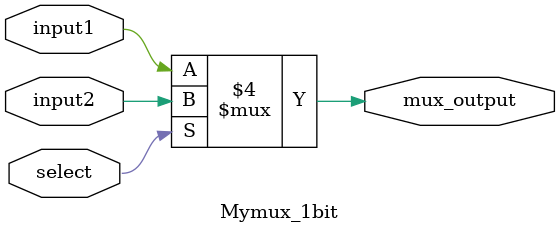
<source format=v>

module Mymux_1bit(input1, input2, mux_output, select);
input input1, input2;
input select;
output mux_output;
reg mux_output;

always@(select) begin

if(select == 1'b1) begin

mux_output = input2;

end

else begin

mux_output = input1;

end

end

endmodule
</source>
